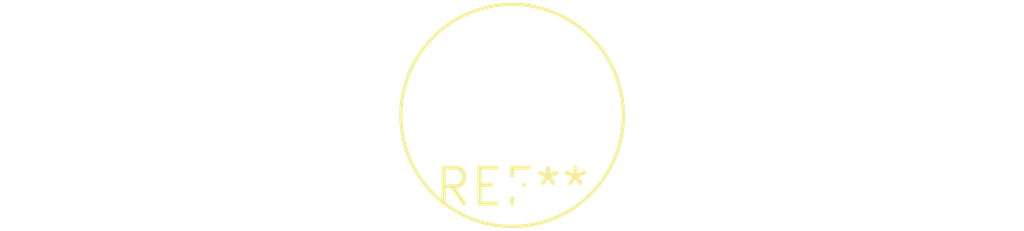
<source format=kicad_pcb>
(kicad_pcb (version 20240108) (generator pcbnew)
  (layers (0 "F.Cu" signal) (31 "B.Cu" signal) (34 "B.Paste" user) (35 "F.Paste" user) (36 "B.SilkS" user "B.Silkscreen") (37 "F.SilkS" user "F.Silkscreen") (38 "B.Mask" user) (39 "F.Mask" user) (44 "Edge.Cuts" user))
  (net 0 "")
  (footprint "Potentiometer_Bourns_3339P_Vertical" (layer "F.Cu") (at 0 0)
    (property "Reference" "REF**")
    (property "Value" "Potentiometer_Bourns_3339P_Vertical")
    (fp_circle (center 0 -2.54) (end 3.93 -2.54) (layer "F.SilkS") (stroke (width 0.12)) (fill none))
    (pad "1" thru_hole circle (at 0 0) (size 1.26 1.26) (drill 0.7) (layers *.Cu *.Mask) (remove_unused_layers))
    (pad "2" thru_hole circle (at -2.54 -2.54) (size 1.26 1.26) (drill 0.7) (layers *.Cu *.Mask) (remove_unused_layers))
    (pad "3" thru_hole circle (at 0 -5.08) (size 1.26 1.26) (drill 0.7) (layers *.Cu *.Mask) (remove_unused_layers))
  )
)
</source>
